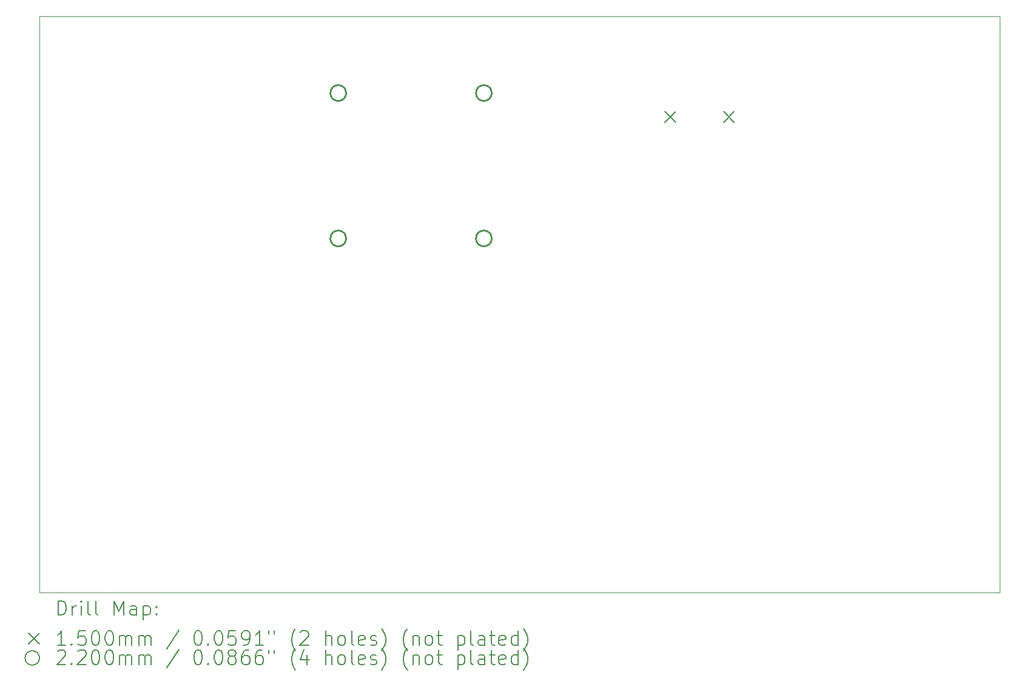
<source format=gbr>
%TF.GenerationSoftware,KiCad,Pcbnew,8.0.4*%
%TF.CreationDate,2024-08-12T16:36:51-06:00*%
%TF.ProjectId,eTerrena,65546572-7265-46e6-912e-6b696361645f,rev?*%
%TF.SameCoordinates,Original*%
%TF.FileFunction,Drillmap*%
%TF.FilePolarity,Positive*%
%FSLAX45Y45*%
G04 Gerber Fmt 4.5, Leading zero omitted, Abs format (unit mm)*
G04 Created by KiCad (PCBNEW 8.0.4) date 2024-08-12 16:36:51*
%MOMM*%
%LPD*%
G01*
G04 APERTURE LIST*
%ADD10C,0.050000*%
%ADD11C,0.200000*%
%ADD12C,0.150000*%
%ADD13C,0.220000*%
G04 APERTURE END LIST*
D10*
X7900000Y-6700000D02*
X21300000Y-6700000D01*
X21300000Y-14750000D01*
X7900000Y-14750000D01*
X7900000Y-6700000D01*
D11*
D12*
X16625000Y-8025000D02*
X16775000Y-8175000D01*
X16775000Y-8025000D02*
X16625000Y-8175000D01*
X17445000Y-8025000D02*
X17595000Y-8175000D01*
X17595000Y-8025000D02*
X17445000Y-8175000D01*
D13*
X12178000Y-7768000D02*
G75*
G02*
X11958000Y-7768000I-110000J0D01*
G01*
X11958000Y-7768000D02*
G75*
G02*
X12178000Y-7768000I110000J0D01*
G01*
X12178000Y-9800000D02*
G75*
G02*
X11958000Y-9800000I-110000J0D01*
G01*
X11958000Y-9800000D02*
G75*
G02*
X12178000Y-9800000I110000J0D01*
G01*
X14210000Y-7768000D02*
G75*
G02*
X13990000Y-7768000I-110000J0D01*
G01*
X13990000Y-7768000D02*
G75*
G02*
X14210000Y-7768000I110000J0D01*
G01*
X14210000Y-9800000D02*
G75*
G02*
X13990000Y-9800000I-110000J0D01*
G01*
X13990000Y-9800000D02*
G75*
G02*
X14210000Y-9800000I110000J0D01*
G01*
D11*
X8158277Y-15063984D02*
X8158277Y-14863984D01*
X8158277Y-14863984D02*
X8205896Y-14863984D01*
X8205896Y-14863984D02*
X8234467Y-14873508D01*
X8234467Y-14873508D02*
X8253515Y-14892555D01*
X8253515Y-14892555D02*
X8263039Y-14911603D01*
X8263039Y-14911603D02*
X8272562Y-14949698D01*
X8272562Y-14949698D02*
X8272562Y-14978269D01*
X8272562Y-14978269D02*
X8263039Y-15016365D01*
X8263039Y-15016365D02*
X8253515Y-15035412D01*
X8253515Y-15035412D02*
X8234467Y-15054460D01*
X8234467Y-15054460D02*
X8205896Y-15063984D01*
X8205896Y-15063984D02*
X8158277Y-15063984D01*
X8358277Y-15063984D02*
X8358277Y-14930650D01*
X8358277Y-14968746D02*
X8367801Y-14949698D01*
X8367801Y-14949698D02*
X8377324Y-14940174D01*
X8377324Y-14940174D02*
X8396372Y-14930650D01*
X8396372Y-14930650D02*
X8415420Y-14930650D01*
X8482086Y-15063984D02*
X8482086Y-14930650D01*
X8482086Y-14863984D02*
X8472563Y-14873508D01*
X8472563Y-14873508D02*
X8482086Y-14883031D01*
X8482086Y-14883031D02*
X8491610Y-14873508D01*
X8491610Y-14873508D02*
X8482086Y-14863984D01*
X8482086Y-14863984D02*
X8482086Y-14883031D01*
X8605896Y-15063984D02*
X8586848Y-15054460D01*
X8586848Y-15054460D02*
X8577324Y-15035412D01*
X8577324Y-15035412D02*
X8577324Y-14863984D01*
X8710658Y-15063984D02*
X8691610Y-15054460D01*
X8691610Y-15054460D02*
X8682086Y-15035412D01*
X8682086Y-15035412D02*
X8682086Y-14863984D01*
X8939229Y-15063984D02*
X8939229Y-14863984D01*
X8939229Y-14863984D02*
X9005896Y-15006841D01*
X9005896Y-15006841D02*
X9072563Y-14863984D01*
X9072563Y-14863984D02*
X9072563Y-15063984D01*
X9253515Y-15063984D02*
X9253515Y-14959222D01*
X9253515Y-14959222D02*
X9243991Y-14940174D01*
X9243991Y-14940174D02*
X9224944Y-14930650D01*
X9224944Y-14930650D02*
X9186848Y-14930650D01*
X9186848Y-14930650D02*
X9167801Y-14940174D01*
X9253515Y-15054460D02*
X9234467Y-15063984D01*
X9234467Y-15063984D02*
X9186848Y-15063984D01*
X9186848Y-15063984D02*
X9167801Y-15054460D01*
X9167801Y-15054460D02*
X9158277Y-15035412D01*
X9158277Y-15035412D02*
X9158277Y-15016365D01*
X9158277Y-15016365D02*
X9167801Y-14997317D01*
X9167801Y-14997317D02*
X9186848Y-14987793D01*
X9186848Y-14987793D02*
X9234467Y-14987793D01*
X9234467Y-14987793D02*
X9253515Y-14978269D01*
X9348753Y-14930650D02*
X9348753Y-15130650D01*
X9348753Y-14940174D02*
X9367801Y-14930650D01*
X9367801Y-14930650D02*
X9405896Y-14930650D01*
X9405896Y-14930650D02*
X9424944Y-14940174D01*
X9424944Y-14940174D02*
X9434467Y-14949698D01*
X9434467Y-14949698D02*
X9443991Y-14968746D01*
X9443991Y-14968746D02*
X9443991Y-15025888D01*
X9443991Y-15025888D02*
X9434467Y-15044936D01*
X9434467Y-15044936D02*
X9424944Y-15054460D01*
X9424944Y-15054460D02*
X9405896Y-15063984D01*
X9405896Y-15063984D02*
X9367801Y-15063984D01*
X9367801Y-15063984D02*
X9348753Y-15054460D01*
X9529705Y-15044936D02*
X9539229Y-15054460D01*
X9539229Y-15054460D02*
X9529705Y-15063984D01*
X9529705Y-15063984D02*
X9520182Y-15054460D01*
X9520182Y-15054460D02*
X9529705Y-15044936D01*
X9529705Y-15044936D02*
X9529705Y-15063984D01*
X9529705Y-14940174D02*
X9539229Y-14949698D01*
X9539229Y-14949698D02*
X9529705Y-14959222D01*
X9529705Y-14959222D02*
X9520182Y-14949698D01*
X9520182Y-14949698D02*
X9529705Y-14940174D01*
X9529705Y-14940174D02*
X9529705Y-14959222D01*
D12*
X7747500Y-15317500D02*
X7897500Y-15467500D01*
X7897500Y-15317500D02*
X7747500Y-15467500D01*
D11*
X8263039Y-15483984D02*
X8148753Y-15483984D01*
X8205896Y-15483984D02*
X8205896Y-15283984D01*
X8205896Y-15283984D02*
X8186848Y-15312555D01*
X8186848Y-15312555D02*
X8167801Y-15331603D01*
X8167801Y-15331603D02*
X8148753Y-15341127D01*
X8348753Y-15464936D02*
X8358277Y-15474460D01*
X8358277Y-15474460D02*
X8348753Y-15483984D01*
X8348753Y-15483984D02*
X8339229Y-15474460D01*
X8339229Y-15474460D02*
X8348753Y-15464936D01*
X8348753Y-15464936D02*
X8348753Y-15483984D01*
X8539229Y-15283984D02*
X8443991Y-15283984D01*
X8443991Y-15283984D02*
X8434467Y-15379222D01*
X8434467Y-15379222D02*
X8443991Y-15369698D01*
X8443991Y-15369698D02*
X8463039Y-15360174D01*
X8463039Y-15360174D02*
X8510658Y-15360174D01*
X8510658Y-15360174D02*
X8529705Y-15369698D01*
X8529705Y-15369698D02*
X8539229Y-15379222D01*
X8539229Y-15379222D02*
X8548753Y-15398269D01*
X8548753Y-15398269D02*
X8548753Y-15445888D01*
X8548753Y-15445888D02*
X8539229Y-15464936D01*
X8539229Y-15464936D02*
X8529705Y-15474460D01*
X8529705Y-15474460D02*
X8510658Y-15483984D01*
X8510658Y-15483984D02*
X8463039Y-15483984D01*
X8463039Y-15483984D02*
X8443991Y-15474460D01*
X8443991Y-15474460D02*
X8434467Y-15464936D01*
X8672563Y-15283984D02*
X8691610Y-15283984D01*
X8691610Y-15283984D02*
X8710658Y-15293508D01*
X8710658Y-15293508D02*
X8720182Y-15303031D01*
X8720182Y-15303031D02*
X8729705Y-15322079D01*
X8729705Y-15322079D02*
X8739229Y-15360174D01*
X8739229Y-15360174D02*
X8739229Y-15407793D01*
X8739229Y-15407793D02*
X8729705Y-15445888D01*
X8729705Y-15445888D02*
X8720182Y-15464936D01*
X8720182Y-15464936D02*
X8710658Y-15474460D01*
X8710658Y-15474460D02*
X8691610Y-15483984D01*
X8691610Y-15483984D02*
X8672563Y-15483984D01*
X8672563Y-15483984D02*
X8653515Y-15474460D01*
X8653515Y-15474460D02*
X8643991Y-15464936D01*
X8643991Y-15464936D02*
X8634467Y-15445888D01*
X8634467Y-15445888D02*
X8624944Y-15407793D01*
X8624944Y-15407793D02*
X8624944Y-15360174D01*
X8624944Y-15360174D02*
X8634467Y-15322079D01*
X8634467Y-15322079D02*
X8643991Y-15303031D01*
X8643991Y-15303031D02*
X8653515Y-15293508D01*
X8653515Y-15293508D02*
X8672563Y-15283984D01*
X8863039Y-15283984D02*
X8882086Y-15283984D01*
X8882086Y-15283984D02*
X8901134Y-15293508D01*
X8901134Y-15293508D02*
X8910658Y-15303031D01*
X8910658Y-15303031D02*
X8920182Y-15322079D01*
X8920182Y-15322079D02*
X8929705Y-15360174D01*
X8929705Y-15360174D02*
X8929705Y-15407793D01*
X8929705Y-15407793D02*
X8920182Y-15445888D01*
X8920182Y-15445888D02*
X8910658Y-15464936D01*
X8910658Y-15464936D02*
X8901134Y-15474460D01*
X8901134Y-15474460D02*
X8882086Y-15483984D01*
X8882086Y-15483984D02*
X8863039Y-15483984D01*
X8863039Y-15483984D02*
X8843991Y-15474460D01*
X8843991Y-15474460D02*
X8834467Y-15464936D01*
X8834467Y-15464936D02*
X8824944Y-15445888D01*
X8824944Y-15445888D02*
X8815420Y-15407793D01*
X8815420Y-15407793D02*
X8815420Y-15360174D01*
X8815420Y-15360174D02*
X8824944Y-15322079D01*
X8824944Y-15322079D02*
X8834467Y-15303031D01*
X8834467Y-15303031D02*
X8843991Y-15293508D01*
X8843991Y-15293508D02*
X8863039Y-15283984D01*
X9015420Y-15483984D02*
X9015420Y-15350650D01*
X9015420Y-15369698D02*
X9024944Y-15360174D01*
X9024944Y-15360174D02*
X9043991Y-15350650D01*
X9043991Y-15350650D02*
X9072563Y-15350650D01*
X9072563Y-15350650D02*
X9091610Y-15360174D01*
X9091610Y-15360174D02*
X9101134Y-15379222D01*
X9101134Y-15379222D02*
X9101134Y-15483984D01*
X9101134Y-15379222D02*
X9110658Y-15360174D01*
X9110658Y-15360174D02*
X9129705Y-15350650D01*
X9129705Y-15350650D02*
X9158277Y-15350650D01*
X9158277Y-15350650D02*
X9177325Y-15360174D01*
X9177325Y-15360174D02*
X9186848Y-15379222D01*
X9186848Y-15379222D02*
X9186848Y-15483984D01*
X9282086Y-15483984D02*
X9282086Y-15350650D01*
X9282086Y-15369698D02*
X9291610Y-15360174D01*
X9291610Y-15360174D02*
X9310658Y-15350650D01*
X9310658Y-15350650D02*
X9339229Y-15350650D01*
X9339229Y-15350650D02*
X9358277Y-15360174D01*
X9358277Y-15360174D02*
X9367801Y-15379222D01*
X9367801Y-15379222D02*
X9367801Y-15483984D01*
X9367801Y-15379222D02*
X9377325Y-15360174D01*
X9377325Y-15360174D02*
X9396372Y-15350650D01*
X9396372Y-15350650D02*
X9424944Y-15350650D01*
X9424944Y-15350650D02*
X9443991Y-15360174D01*
X9443991Y-15360174D02*
X9453515Y-15379222D01*
X9453515Y-15379222D02*
X9453515Y-15483984D01*
X9843991Y-15274460D02*
X9672563Y-15531603D01*
X10101134Y-15283984D02*
X10120182Y-15283984D01*
X10120182Y-15283984D02*
X10139229Y-15293508D01*
X10139229Y-15293508D02*
X10148753Y-15303031D01*
X10148753Y-15303031D02*
X10158277Y-15322079D01*
X10158277Y-15322079D02*
X10167801Y-15360174D01*
X10167801Y-15360174D02*
X10167801Y-15407793D01*
X10167801Y-15407793D02*
X10158277Y-15445888D01*
X10158277Y-15445888D02*
X10148753Y-15464936D01*
X10148753Y-15464936D02*
X10139229Y-15474460D01*
X10139229Y-15474460D02*
X10120182Y-15483984D01*
X10120182Y-15483984D02*
X10101134Y-15483984D01*
X10101134Y-15483984D02*
X10082087Y-15474460D01*
X10082087Y-15474460D02*
X10072563Y-15464936D01*
X10072563Y-15464936D02*
X10063039Y-15445888D01*
X10063039Y-15445888D02*
X10053515Y-15407793D01*
X10053515Y-15407793D02*
X10053515Y-15360174D01*
X10053515Y-15360174D02*
X10063039Y-15322079D01*
X10063039Y-15322079D02*
X10072563Y-15303031D01*
X10072563Y-15303031D02*
X10082087Y-15293508D01*
X10082087Y-15293508D02*
X10101134Y-15283984D01*
X10253515Y-15464936D02*
X10263039Y-15474460D01*
X10263039Y-15474460D02*
X10253515Y-15483984D01*
X10253515Y-15483984D02*
X10243991Y-15474460D01*
X10243991Y-15474460D02*
X10253515Y-15464936D01*
X10253515Y-15464936D02*
X10253515Y-15483984D01*
X10386848Y-15283984D02*
X10405896Y-15283984D01*
X10405896Y-15283984D02*
X10424944Y-15293508D01*
X10424944Y-15293508D02*
X10434468Y-15303031D01*
X10434468Y-15303031D02*
X10443991Y-15322079D01*
X10443991Y-15322079D02*
X10453515Y-15360174D01*
X10453515Y-15360174D02*
X10453515Y-15407793D01*
X10453515Y-15407793D02*
X10443991Y-15445888D01*
X10443991Y-15445888D02*
X10434468Y-15464936D01*
X10434468Y-15464936D02*
X10424944Y-15474460D01*
X10424944Y-15474460D02*
X10405896Y-15483984D01*
X10405896Y-15483984D02*
X10386848Y-15483984D01*
X10386848Y-15483984D02*
X10367801Y-15474460D01*
X10367801Y-15474460D02*
X10358277Y-15464936D01*
X10358277Y-15464936D02*
X10348753Y-15445888D01*
X10348753Y-15445888D02*
X10339229Y-15407793D01*
X10339229Y-15407793D02*
X10339229Y-15360174D01*
X10339229Y-15360174D02*
X10348753Y-15322079D01*
X10348753Y-15322079D02*
X10358277Y-15303031D01*
X10358277Y-15303031D02*
X10367801Y-15293508D01*
X10367801Y-15293508D02*
X10386848Y-15283984D01*
X10634468Y-15283984D02*
X10539229Y-15283984D01*
X10539229Y-15283984D02*
X10529706Y-15379222D01*
X10529706Y-15379222D02*
X10539229Y-15369698D01*
X10539229Y-15369698D02*
X10558277Y-15360174D01*
X10558277Y-15360174D02*
X10605896Y-15360174D01*
X10605896Y-15360174D02*
X10624944Y-15369698D01*
X10624944Y-15369698D02*
X10634468Y-15379222D01*
X10634468Y-15379222D02*
X10643991Y-15398269D01*
X10643991Y-15398269D02*
X10643991Y-15445888D01*
X10643991Y-15445888D02*
X10634468Y-15464936D01*
X10634468Y-15464936D02*
X10624944Y-15474460D01*
X10624944Y-15474460D02*
X10605896Y-15483984D01*
X10605896Y-15483984D02*
X10558277Y-15483984D01*
X10558277Y-15483984D02*
X10539229Y-15474460D01*
X10539229Y-15474460D02*
X10529706Y-15464936D01*
X10739229Y-15483984D02*
X10777325Y-15483984D01*
X10777325Y-15483984D02*
X10796372Y-15474460D01*
X10796372Y-15474460D02*
X10805896Y-15464936D01*
X10805896Y-15464936D02*
X10824944Y-15436365D01*
X10824944Y-15436365D02*
X10834468Y-15398269D01*
X10834468Y-15398269D02*
X10834468Y-15322079D01*
X10834468Y-15322079D02*
X10824944Y-15303031D01*
X10824944Y-15303031D02*
X10815420Y-15293508D01*
X10815420Y-15293508D02*
X10796372Y-15283984D01*
X10796372Y-15283984D02*
X10758277Y-15283984D01*
X10758277Y-15283984D02*
X10739229Y-15293508D01*
X10739229Y-15293508D02*
X10729706Y-15303031D01*
X10729706Y-15303031D02*
X10720182Y-15322079D01*
X10720182Y-15322079D02*
X10720182Y-15369698D01*
X10720182Y-15369698D02*
X10729706Y-15388746D01*
X10729706Y-15388746D02*
X10739229Y-15398269D01*
X10739229Y-15398269D02*
X10758277Y-15407793D01*
X10758277Y-15407793D02*
X10796372Y-15407793D01*
X10796372Y-15407793D02*
X10815420Y-15398269D01*
X10815420Y-15398269D02*
X10824944Y-15388746D01*
X10824944Y-15388746D02*
X10834468Y-15369698D01*
X11024944Y-15483984D02*
X10910658Y-15483984D01*
X10967801Y-15483984D02*
X10967801Y-15283984D01*
X10967801Y-15283984D02*
X10948753Y-15312555D01*
X10948753Y-15312555D02*
X10929706Y-15331603D01*
X10929706Y-15331603D02*
X10910658Y-15341127D01*
X11101134Y-15283984D02*
X11101134Y-15322079D01*
X11177325Y-15283984D02*
X11177325Y-15322079D01*
X11472563Y-15560174D02*
X11463039Y-15550650D01*
X11463039Y-15550650D02*
X11443991Y-15522079D01*
X11443991Y-15522079D02*
X11434468Y-15503031D01*
X11434468Y-15503031D02*
X11424944Y-15474460D01*
X11424944Y-15474460D02*
X11415420Y-15426841D01*
X11415420Y-15426841D02*
X11415420Y-15388746D01*
X11415420Y-15388746D02*
X11424944Y-15341127D01*
X11424944Y-15341127D02*
X11434468Y-15312555D01*
X11434468Y-15312555D02*
X11443991Y-15293508D01*
X11443991Y-15293508D02*
X11463039Y-15264936D01*
X11463039Y-15264936D02*
X11472563Y-15255412D01*
X11539229Y-15303031D02*
X11548753Y-15293508D01*
X11548753Y-15293508D02*
X11567801Y-15283984D01*
X11567801Y-15283984D02*
X11615420Y-15283984D01*
X11615420Y-15283984D02*
X11634468Y-15293508D01*
X11634468Y-15293508D02*
X11643991Y-15303031D01*
X11643991Y-15303031D02*
X11653515Y-15322079D01*
X11653515Y-15322079D02*
X11653515Y-15341127D01*
X11653515Y-15341127D02*
X11643991Y-15369698D01*
X11643991Y-15369698D02*
X11529706Y-15483984D01*
X11529706Y-15483984D02*
X11653515Y-15483984D01*
X11891610Y-15483984D02*
X11891610Y-15283984D01*
X11977325Y-15483984D02*
X11977325Y-15379222D01*
X11977325Y-15379222D02*
X11967801Y-15360174D01*
X11967801Y-15360174D02*
X11948753Y-15350650D01*
X11948753Y-15350650D02*
X11920182Y-15350650D01*
X11920182Y-15350650D02*
X11901134Y-15360174D01*
X11901134Y-15360174D02*
X11891610Y-15369698D01*
X12101134Y-15483984D02*
X12082087Y-15474460D01*
X12082087Y-15474460D02*
X12072563Y-15464936D01*
X12072563Y-15464936D02*
X12063039Y-15445888D01*
X12063039Y-15445888D02*
X12063039Y-15388746D01*
X12063039Y-15388746D02*
X12072563Y-15369698D01*
X12072563Y-15369698D02*
X12082087Y-15360174D01*
X12082087Y-15360174D02*
X12101134Y-15350650D01*
X12101134Y-15350650D02*
X12129706Y-15350650D01*
X12129706Y-15350650D02*
X12148753Y-15360174D01*
X12148753Y-15360174D02*
X12158277Y-15369698D01*
X12158277Y-15369698D02*
X12167801Y-15388746D01*
X12167801Y-15388746D02*
X12167801Y-15445888D01*
X12167801Y-15445888D02*
X12158277Y-15464936D01*
X12158277Y-15464936D02*
X12148753Y-15474460D01*
X12148753Y-15474460D02*
X12129706Y-15483984D01*
X12129706Y-15483984D02*
X12101134Y-15483984D01*
X12282087Y-15483984D02*
X12263039Y-15474460D01*
X12263039Y-15474460D02*
X12253515Y-15455412D01*
X12253515Y-15455412D02*
X12253515Y-15283984D01*
X12434468Y-15474460D02*
X12415420Y-15483984D01*
X12415420Y-15483984D02*
X12377325Y-15483984D01*
X12377325Y-15483984D02*
X12358277Y-15474460D01*
X12358277Y-15474460D02*
X12348753Y-15455412D01*
X12348753Y-15455412D02*
X12348753Y-15379222D01*
X12348753Y-15379222D02*
X12358277Y-15360174D01*
X12358277Y-15360174D02*
X12377325Y-15350650D01*
X12377325Y-15350650D02*
X12415420Y-15350650D01*
X12415420Y-15350650D02*
X12434468Y-15360174D01*
X12434468Y-15360174D02*
X12443991Y-15379222D01*
X12443991Y-15379222D02*
X12443991Y-15398269D01*
X12443991Y-15398269D02*
X12348753Y-15417317D01*
X12520182Y-15474460D02*
X12539230Y-15483984D01*
X12539230Y-15483984D02*
X12577325Y-15483984D01*
X12577325Y-15483984D02*
X12596372Y-15474460D01*
X12596372Y-15474460D02*
X12605896Y-15455412D01*
X12605896Y-15455412D02*
X12605896Y-15445888D01*
X12605896Y-15445888D02*
X12596372Y-15426841D01*
X12596372Y-15426841D02*
X12577325Y-15417317D01*
X12577325Y-15417317D02*
X12548753Y-15417317D01*
X12548753Y-15417317D02*
X12529706Y-15407793D01*
X12529706Y-15407793D02*
X12520182Y-15388746D01*
X12520182Y-15388746D02*
X12520182Y-15379222D01*
X12520182Y-15379222D02*
X12529706Y-15360174D01*
X12529706Y-15360174D02*
X12548753Y-15350650D01*
X12548753Y-15350650D02*
X12577325Y-15350650D01*
X12577325Y-15350650D02*
X12596372Y-15360174D01*
X12672563Y-15560174D02*
X12682087Y-15550650D01*
X12682087Y-15550650D02*
X12701134Y-15522079D01*
X12701134Y-15522079D02*
X12710658Y-15503031D01*
X12710658Y-15503031D02*
X12720182Y-15474460D01*
X12720182Y-15474460D02*
X12729706Y-15426841D01*
X12729706Y-15426841D02*
X12729706Y-15388746D01*
X12729706Y-15388746D02*
X12720182Y-15341127D01*
X12720182Y-15341127D02*
X12710658Y-15312555D01*
X12710658Y-15312555D02*
X12701134Y-15293508D01*
X12701134Y-15293508D02*
X12682087Y-15264936D01*
X12682087Y-15264936D02*
X12672563Y-15255412D01*
X13034468Y-15560174D02*
X13024944Y-15550650D01*
X13024944Y-15550650D02*
X13005896Y-15522079D01*
X13005896Y-15522079D02*
X12996372Y-15503031D01*
X12996372Y-15503031D02*
X12986849Y-15474460D01*
X12986849Y-15474460D02*
X12977325Y-15426841D01*
X12977325Y-15426841D02*
X12977325Y-15388746D01*
X12977325Y-15388746D02*
X12986849Y-15341127D01*
X12986849Y-15341127D02*
X12996372Y-15312555D01*
X12996372Y-15312555D02*
X13005896Y-15293508D01*
X13005896Y-15293508D02*
X13024944Y-15264936D01*
X13024944Y-15264936D02*
X13034468Y-15255412D01*
X13110658Y-15350650D02*
X13110658Y-15483984D01*
X13110658Y-15369698D02*
X13120182Y-15360174D01*
X13120182Y-15360174D02*
X13139230Y-15350650D01*
X13139230Y-15350650D02*
X13167801Y-15350650D01*
X13167801Y-15350650D02*
X13186849Y-15360174D01*
X13186849Y-15360174D02*
X13196372Y-15379222D01*
X13196372Y-15379222D02*
X13196372Y-15483984D01*
X13320182Y-15483984D02*
X13301134Y-15474460D01*
X13301134Y-15474460D02*
X13291611Y-15464936D01*
X13291611Y-15464936D02*
X13282087Y-15445888D01*
X13282087Y-15445888D02*
X13282087Y-15388746D01*
X13282087Y-15388746D02*
X13291611Y-15369698D01*
X13291611Y-15369698D02*
X13301134Y-15360174D01*
X13301134Y-15360174D02*
X13320182Y-15350650D01*
X13320182Y-15350650D02*
X13348753Y-15350650D01*
X13348753Y-15350650D02*
X13367801Y-15360174D01*
X13367801Y-15360174D02*
X13377325Y-15369698D01*
X13377325Y-15369698D02*
X13386849Y-15388746D01*
X13386849Y-15388746D02*
X13386849Y-15445888D01*
X13386849Y-15445888D02*
X13377325Y-15464936D01*
X13377325Y-15464936D02*
X13367801Y-15474460D01*
X13367801Y-15474460D02*
X13348753Y-15483984D01*
X13348753Y-15483984D02*
X13320182Y-15483984D01*
X13443992Y-15350650D02*
X13520182Y-15350650D01*
X13472563Y-15283984D02*
X13472563Y-15455412D01*
X13472563Y-15455412D02*
X13482087Y-15474460D01*
X13482087Y-15474460D02*
X13501134Y-15483984D01*
X13501134Y-15483984D02*
X13520182Y-15483984D01*
X13739230Y-15350650D02*
X13739230Y-15550650D01*
X13739230Y-15360174D02*
X13758277Y-15350650D01*
X13758277Y-15350650D02*
X13796373Y-15350650D01*
X13796373Y-15350650D02*
X13815420Y-15360174D01*
X13815420Y-15360174D02*
X13824944Y-15369698D01*
X13824944Y-15369698D02*
X13834468Y-15388746D01*
X13834468Y-15388746D02*
X13834468Y-15445888D01*
X13834468Y-15445888D02*
X13824944Y-15464936D01*
X13824944Y-15464936D02*
X13815420Y-15474460D01*
X13815420Y-15474460D02*
X13796373Y-15483984D01*
X13796373Y-15483984D02*
X13758277Y-15483984D01*
X13758277Y-15483984D02*
X13739230Y-15474460D01*
X13948753Y-15483984D02*
X13929706Y-15474460D01*
X13929706Y-15474460D02*
X13920182Y-15455412D01*
X13920182Y-15455412D02*
X13920182Y-15283984D01*
X14110658Y-15483984D02*
X14110658Y-15379222D01*
X14110658Y-15379222D02*
X14101134Y-15360174D01*
X14101134Y-15360174D02*
X14082087Y-15350650D01*
X14082087Y-15350650D02*
X14043992Y-15350650D01*
X14043992Y-15350650D02*
X14024944Y-15360174D01*
X14110658Y-15474460D02*
X14091611Y-15483984D01*
X14091611Y-15483984D02*
X14043992Y-15483984D01*
X14043992Y-15483984D02*
X14024944Y-15474460D01*
X14024944Y-15474460D02*
X14015420Y-15455412D01*
X14015420Y-15455412D02*
X14015420Y-15436365D01*
X14015420Y-15436365D02*
X14024944Y-15417317D01*
X14024944Y-15417317D02*
X14043992Y-15407793D01*
X14043992Y-15407793D02*
X14091611Y-15407793D01*
X14091611Y-15407793D02*
X14110658Y-15398269D01*
X14177325Y-15350650D02*
X14253515Y-15350650D01*
X14205896Y-15283984D02*
X14205896Y-15455412D01*
X14205896Y-15455412D02*
X14215420Y-15474460D01*
X14215420Y-15474460D02*
X14234468Y-15483984D01*
X14234468Y-15483984D02*
X14253515Y-15483984D01*
X14396373Y-15474460D02*
X14377325Y-15483984D01*
X14377325Y-15483984D02*
X14339230Y-15483984D01*
X14339230Y-15483984D02*
X14320182Y-15474460D01*
X14320182Y-15474460D02*
X14310658Y-15455412D01*
X14310658Y-15455412D02*
X14310658Y-15379222D01*
X14310658Y-15379222D02*
X14320182Y-15360174D01*
X14320182Y-15360174D02*
X14339230Y-15350650D01*
X14339230Y-15350650D02*
X14377325Y-15350650D01*
X14377325Y-15350650D02*
X14396373Y-15360174D01*
X14396373Y-15360174D02*
X14405896Y-15379222D01*
X14405896Y-15379222D02*
X14405896Y-15398269D01*
X14405896Y-15398269D02*
X14310658Y-15417317D01*
X14577325Y-15483984D02*
X14577325Y-15283984D01*
X14577325Y-15474460D02*
X14558277Y-15483984D01*
X14558277Y-15483984D02*
X14520182Y-15483984D01*
X14520182Y-15483984D02*
X14501134Y-15474460D01*
X14501134Y-15474460D02*
X14491611Y-15464936D01*
X14491611Y-15464936D02*
X14482087Y-15445888D01*
X14482087Y-15445888D02*
X14482087Y-15388746D01*
X14482087Y-15388746D02*
X14491611Y-15369698D01*
X14491611Y-15369698D02*
X14501134Y-15360174D01*
X14501134Y-15360174D02*
X14520182Y-15350650D01*
X14520182Y-15350650D02*
X14558277Y-15350650D01*
X14558277Y-15350650D02*
X14577325Y-15360174D01*
X14653515Y-15560174D02*
X14663039Y-15550650D01*
X14663039Y-15550650D02*
X14682087Y-15522079D01*
X14682087Y-15522079D02*
X14691611Y-15503031D01*
X14691611Y-15503031D02*
X14701134Y-15474460D01*
X14701134Y-15474460D02*
X14710658Y-15426841D01*
X14710658Y-15426841D02*
X14710658Y-15388746D01*
X14710658Y-15388746D02*
X14701134Y-15341127D01*
X14701134Y-15341127D02*
X14691611Y-15312555D01*
X14691611Y-15312555D02*
X14682087Y-15293508D01*
X14682087Y-15293508D02*
X14663039Y-15264936D01*
X14663039Y-15264936D02*
X14653515Y-15255412D01*
X7897500Y-15662500D02*
G75*
G02*
X7697500Y-15662500I-100000J0D01*
G01*
X7697500Y-15662500D02*
G75*
G02*
X7897500Y-15662500I100000J0D01*
G01*
X8148753Y-15573031D02*
X8158277Y-15563508D01*
X8158277Y-15563508D02*
X8177324Y-15553984D01*
X8177324Y-15553984D02*
X8224943Y-15553984D01*
X8224943Y-15553984D02*
X8243991Y-15563508D01*
X8243991Y-15563508D02*
X8253515Y-15573031D01*
X8253515Y-15573031D02*
X8263039Y-15592079D01*
X8263039Y-15592079D02*
X8263039Y-15611127D01*
X8263039Y-15611127D02*
X8253515Y-15639698D01*
X8253515Y-15639698D02*
X8139229Y-15753984D01*
X8139229Y-15753984D02*
X8263039Y-15753984D01*
X8348753Y-15734936D02*
X8358277Y-15744460D01*
X8358277Y-15744460D02*
X8348753Y-15753984D01*
X8348753Y-15753984D02*
X8339229Y-15744460D01*
X8339229Y-15744460D02*
X8348753Y-15734936D01*
X8348753Y-15734936D02*
X8348753Y-15753984D01*
X8434467Y-15573031D02*
X8443991Y-15563508D01*
X8443991Y-15563508D02*
X8463039Y-15553984D01*
X8463039Y-15553984D02*
X8510658Y-15553984D01*
X8510658Y-15553984D02*
X8529705Y-15563508D01*
X8529705Y-15563508D02*
X8539229Y-15573031D01*
X8539229Y-15573031D02*
X8548753Y-15592079D01*
X8548753Y-15592079D02*
X8548753Y-15611127D01*
X8548753Y-15611127D02*
X8539229Y-15639698D01*
X8539229Y-15639698D02*
X8424944Y-15753984D01*
X8424944Y-15753984D02*
X8548753Y-15753984D01*
X8672563Y-15553984D02*
X8691610Y-15553984D01*
X8691610Y-15553984D02*
X8710658Y-15563508D01*
X8710658Y-15563508D02*
X8720182Y-15573031D01*
X8720182Y-15573031D02*
X8729705Y-15592079D01*
X8729705Y-15592079D02*
X8739229Y-15630174D01*
X8739229Y-15630174D02*
X8739229Y-15677793D01*
X8739229Y-15677793D02*
X8729705Y-15715888D01*
X8729705Y-15715888D02*
X8720182Y-15734936D01*
X8720182Y-15734936D02*
X8710658Y-15744460D01*
X8710658Y-15744460D02*
X8691610Y-15753984D01*
X8691610Y-15753984D02*
X8672563Y-15753984D01*
X8672563Y-15753984D02*
X8653515Y-15744460D01*
X8653515Y-15744460D02*
X8643991Y-15734936D01*
X8643991Y-15734936D02*
X8634467Y-15715888D01*
X8634467Y-15715888D02*
X8624944Y-15677793D01*
X8624944Y-15677793D02*
X8624944Y-15630174D01*
X8624944Y-15630174D02*
X8634467Y-15592079D01*
X8634467Y-15592079D02*
X8643991Y-15573031D01*
X8643991Y-15573031D02*
X8653515Y-15563508D01*
X8653515Y-15563508D02*
X8672563Y-15553984D01*
X8863039Y-15553984D02*
X8882086Y-15553984D01*
X8882086Y-15553984D02*
X8901134Y-15563508D01*
X8901134Y-15563508D02*
X8910658Y-15573031D01*
X8910658Y-15573031D02*
X8920182Y-15592079D01*
X8920182Y-15592079D02*
X8929705Y-15630174D01*
X8929705Y-15630174D02*
X8929705Y-15677793D01*
X8929705Y-15677793D02*
X8920182Y-15715888D01*
X8920182Y-15715888D02*
X8910658Y-15734936D01*
X8910658Y-15734936D02*
X8901134Y-15744460D01*
X8901134Y-15744460D02*
X8882086Y-15753984D01*
X8882086Y-15753984D02*
X8863039Y-15753984D01*
X8863039Y-15753984D02*
X8843991Y-15744460D01*
X8843991Y-15744460D02*
X8834467Y-15734936D01*
X8834467Y-15734936D02*
X8824944Y-15715888D01*
X8824944Y-15715888D02*
X8815420Y-15677793D01*
X8815420Y-15677793D02*
X8815420Y-15630174D01*
X8815420Y-15630174D02*
X8824944Y-15592079D01*
X8824944Y-15592079D02*
X8834467Y-15573031D01*
X8834467Y-15573031D02*
X8843991Y-15563508D01*
X8843991Y-15563508D02*
X8863039Y-15553984D01*
X9015420Y-15753984D02*
X9015420Y-15620650D01*
X9015420Y-15639698D02*
X9024944Y-15630174D01*
X9024944Y-15630174D02*
X9043991Y-15620650D01*
X9043991Y-15620650D02*
X9072563Y-15620650D01*
X9072563Y-15620650D02*
X9091610Y-15630174D01*
X9091610Y-15630174D02*
X9101134Y-15649222D01*
X9101134Y-15649222D02*
X9101134Y-15753984D01*
X9101134Y-15649222D02*
X9110658Y-15630174D01*
X9110658Y-15630174D02*
X9129705Y-15620650D01*
X9129705Y-15620650D02*
X9158277Y-15620650D01*
X9158277Y-15620650D02*
X9177325Y-15630174D01*
X9177325Y-15630174D02*
X9186848Y-15649222D01*
X9186848Y-15649222D02*
X9186848Y-15753984D01*
X9282086Y-15753984D02*
X9282086Y-15620650D01*
X9282086Y-15639698D02*
X9291610Y-15630174D01*
X9291610Y-15630174D02*
X9310658Y-15620650D01*
X9310658Y-15620650D02*
X9339229Y-15620650D01*
X9339229Y-15620650D02*
X9358277Y-15630174D01*
X9358277Y-15630174D02*
X9367801Y-15649222D01*
X9367801Y-15649222D02*
X9367801Y-15753984D01*
X9367801Y-15649222D02*
X9377325Y-15630174D01*
X9377325Y-15630174D02*
X9396372Y-15620650D01*
X9396372Y-15620650D02*
X9424944Y-15620650D01*
X9424944Y-15620650D02*
X9443991Y-15630174D01*
X9443991Y-15630174D02*
X9453515Y-15649222D01*
X9453515Y-15649222D02*
X9453515Y-15753984D01*
X9843991Y-15544460D02*
X9672563Y-15801603D01*
X10101134Y-15553984D02*
X10120182Y-15553984D01*
X10120182Y-15553984D02*
X10139229Y-15563508D01*
X10139229Y-15563508D02*
X10148753Y-15573031D01*
X10148753Y-15573031D02*
X10158277Y-15592079D01*
X10158277Y-15592079D02*
X10167801Y-15630174D01*
X10167801Y-15630174D02*
X10167801Y-15677793D01*
X10167801Y-15677793D02*
X10158277Y-15715888D01*
X10158277Y-15715888D02*
X10148753Y-15734936D01*
X10148753Y-15734936D02*
X10139229Y-15744460D01*
X10139229Y-15744460D02*
X10120182Y-15753984D01*
X10120182Y-15753984D02*
X10101134Y-15753984D01*
X10101134Y-15753984D02*
X10082087Y-15744460D01*
X10082087Y-15744460D02*
X10072563Y-15734936D01*
X10072563Y-15734936D02*
X10063039Y-15715888D01*
X10063039Y-15715888D02*
X10053515Y-15677793D01*
X10053515Y-15677793D02*
X10053515Y-15630174D01*
X10053515Y-15630174D02*
X10063039Y-15592079D01*
X10063039Y-15592079D02*
X10072563Y-15573031D01*
X10072563Y-15573031D02*
X10082087Y-15563508D01*
X10082087Y-15563508D02*
X10101134Y-15553984D01*
X10253515Y-15734936D02*
X10263039Y-15744460D01*
X10263039Y-15744460D02*
X10253515Y-15753984D01*
X10253515Y-15753984D02*
X10243991Y-15744460D01*
X10243991Y-15744460D02*
X10253515Y-15734936D01*
X10253515Y-15734936D02*
X10253515Y-15753984D01*
X10386848Y-15553984D02*
X10405896Y-15553984D01*
X10405896Y-15553984D02*
X10424944Y-15563508D01*
X10424944Y-15563508D02*
X10434468Y-15573031D01*
X10434468Y-15573031D02*
X10443991Y-15592079D01*
X10443991Y-15592079D02*
X10453515Y-15630174D01*
X10453515Y-15630174D02*
X10453515Y-15677793D01*
X10453515Y-15677793D02*
X10443991Y-15715888D01*
X10443991Y-15715888D02*
X10434468Y-15734936D01*
X10434468Y-15734936D02*
X10424944Y-15744460D01*
X10424944Y-15744460D02*
X10405896Y-15753984D01*
X10405896Y-15753984D02*
X10386848Y-15753984D01*
X10386848Y-15753984D02*
X10367801Y-15744460D01*
X10367801Y-15744460D02*
X10358277Y-15734936D01*
X10358277Y-15734936D02*
X10348753Y-15715888D01*
X10348753Y-15715888D02*
X10339229Y-15677793D01*
X10339229Y-15677793D02*
X10339229Y-15630174D01*
X10339229Y-15630174D02*
X10348753Y-15592079D01*
X10348753Y-15592079D02*
X10358277Y-15573031D01*
X10358277Y-15573031D02*
X10367801Y-15563508D01*
X10367801Y-15563508D02*
X10386848Y-15553984D01*
X10567801Y-15639698D02*
X10548753Y-15630174D01*
X10548753Y-15630174D02*
X10539229Y-15620650D01*
X10539229Y-15620650D02*
X10529706Y-15601603D01*
X10529706Y-15601603D02*
X10529706Y-15592079D01*
X10529706Y-15592079D02*
X10539229Y-15573031D01*
X10539229Y-15573031D02*
X10548753Y-15563508D01*
X10548753Y-15563508D02*
X10567801Y-15553984D01*
X10567801Y-15553984D02*
X10605896Y-15553984D01*
X10605896Y-15553984D02*
X10624944Y-15563508D01*
X10624944Y-15563508D02*
X10634468Y-15573031D01*
X10634468Y-15573031D02*
X10643991Y-15592079D01*
X10643991Y-15592079D02*
X10643991Y-15601603D01*
X10643991Y-15601603D02*
X10634468Y-15620650D01*
X10634468Y-15620650D02*
X10624944Y-15630174D01*
X10624944Y-15630174D02*
X10605896Y-15639698D01*
X10605896Y-15639698D02*
X10567801Y-15639698D01*
X10567801Y-15639698D02*
X10548753Y-15649222D01*
X10548753Y-15649222D02*
X10539229Y-15658746D01*
X10539229Y-15658746D02*
X10529706Y-15677793D01*
X10529706Y-15677793D02*
X10529706Y-15715888D01*
X10529706Y-15715888D02*
X10539229Y-15734936D01*
X10539229Y-15734936D02*
X10548753Y-15744460D01*
X10548753Y-15744460D02*
X10567801Y-15753984D01*
X10567801Y-15753984D02*
X10605896Y-15753984D01*
X10605896Y-15753984D02*
X10624944Y-15744460D01*
X10624944Y-15744460D02*
X10634468Y-15734936D01*
X10634468Y-15734936D02*
X10643991Y-15715888D01*
X10643991Y-15715888D02*
X10643991Y-15677793D01*
X10643991Y-15677793D02*
X10634468Y-15658746D01*
X10634468Y-15658746D02*
X10624944Y-15649222D01*
X10624944Y-15649222D02*
X10605896Y-15639698D01*
X10815420Y-15553984D02*
X10777325Y-15553984D01*
X10777325Y-15553984D02*
X10758277Y-15563508D01*
X10758277Y-15563508D02*
X10748753Y-15573031D01*
X10748753Y-15573031D02*
X10729706Y-15601603D01*
X10729706Y-15601603D02*
X10720182Y-15639698D01*
X10720182Y-15639698D02*
X10720182Y-15715888D01*
X10720182Y-15715888D02*
X10729706Y-15734936D01*
X10729706Y-15734936D02*
X10739229Y-15744460D01*
X10739229Y-15744460D02*
X10758277Y-15753984D01*
X10758277Y-15753984D02*
X10796372Y-15753984D01*
X10796372Y-15753984D02*
X10815420Y-15744460D01*
X10815420Y-15744460D02*
X10824944Y-15734936D01*
X10824944Y-15734936D02*
X10834468Y-15715888D01*
X10834468Y-15715888D02*
X10834468Y-15668269D01*
X10834468Y-15668269D02*
X10824944Y-15649222D01*
X10824944Y-15649222D02*
X10815420Y-15639698D01*
X10815420Y-15639698D02*
X10796372Y-15630174D01*
X10796372Y-15630174D02*
X10758277Y-15630174D01*
X10758277Y-15630174D02*
X10739229Y-15639698D01*
X10739229Y-15639698D02*
X10729706Y-15649222D01*
X10729706Y-15649222D02*
X10720182Y-15668269D01*
X11005896Y-15553984D02*
X10967801Y-15553984D01*
X10967801Y-15553984D02*
X10948753Y-15563508D01*
X10948753Y-15563508D02*
X10939229Y-15573031D01*
X10939229Y-15573031D02*
X10920182Y-15601603D01*
X10920182Y-15601603D02*
X10910658Y-15639698D01*
X10910658Y-15639698D02*
X10910658Y-15715888D01*
X10910658Y-15715888D02*
X10920182Y-15734936D01*
X10920182Y-15734936D02*
X10929706Y-15744460D01*
X10929706Y-15744460D02*
X10948753Y-15753984D01*
X10948753Y-15753984D02*
X10986849Y-15753984D01*
X10986849Y-15753984D02*
X11005896Y-15744460D01*
X11005896Y-15744460D02*
X11015420Y-15734936D01*
X11015420Y-15734936D02*
X11024944Y-15715888D01*
X11024944Y-15715888D02*
X11024944Y-15668269D01*
X11024944Y-15668269D02*
X11015420Y-15649222D01*
X11015420Y-15649222D02*
X11005896Y-15639698D01*
X11005896Y-15639698D02*
X10986849Y-15630174D01*
X10986849Y-15630174D02*
X10948753Y-15630174D01*
X10948753Y-15630174D02*
X10929706Y-15639698D01*
X10929706Y-15639698D02*
X10920182Y-15649222D01*
X10920182Y-15649222D02*
X10910658Y-15668269D01*
X11101134Y-15553984D02*
X11101134Y-15592079D01*
X11177325Y-15553984D02*
X11177325Y-15592079D01*
X11472563Y-15830174D02*
X11463039Y-15820650D01*
X11463039Y-15820650D02*
X11443991Y-15792079D01*
X11443991Y-15792079D02*
X11434468Y-15773031D01*
X11434468Y-15773031D02*
X11424944Y-15744460D01*
X11424944Y-15744460D02*
X11415420Y-15696841D01*
X11415420Y-15696841D02*
X11415420Y-15658746D01*
X11415420Y-15658746D02*
X11424944Y-15611127D01*
X11424944Y-15611127D02*
X11434468Y-15582555D01*
X11434468Y-15582555D02*
X11443991Y-15563508D01*
X11443991Y-15563508D02*
X11463039Y-15534936D01*
X11463039Y-15534936D02*
X11472563Y-15525412D01*
X11634468Y-15620650D02*
X11634468Y-15753984D01*
X11586848Y-15544460D02*
X11539229Y-15687317D01*
X11539229Y-15687317D02*
X11663039Y-15687317D01*
X11891610Y-15753984D02*
X11891610Y-15553984D01*
X11977325Y-15753984D02*
X11977325Y-15649222D01*
X11977325Y-15649222D02*
X11967801Y-15630174D01*
X11967801Y-15630174D02*
X11948753Y-15620650D01*
X11948753Y-15620650D02*
X11920182Y-15620650D01*
X11920182Y-15620650D02*
X11901134Y-15630174D01*
X11901134Y-15630174D02*
X11891610Y-15639698D01*
X12101134Y-15753984D02*
X12082087Y-15744460D01*
X12082087Y-15744460D02*
X12072563Y-15734936D01*
X12072563Y-15734936D02*
X12063039Y-15715888D01*
X12063039Y-15715888D02*
X12063039Y-15658746D01*
X12063039Y-15658746D02*
X12072563Y-15639698D01*
X12072563Y-15639698D02*
X12082087Y-15630174D01*
X12082087Y-15630174D02*
X12101134Y-15620650D01*
X12101134Y-15620650D02*
X12129706Y-15620650D01*
X12129706Y-15620650D02*
X12148753Y-15630174D01*
X12148753Y-15630174D02*
X12158277Y-15639698D01*
X12158277Y-15639698D02*
X12167801Y-15658746D01*
X12167801Y-15658746D02*
X12167801Y-15715888D01*
X12167801Y-15715888D02*
X12158277Y-15734936D01*
X12158277Y-15734936D02*
X12148753Y-15744460D01*
X12148753Y-15744460D02*
X12129706Y-15753984D01*
X12129706Y-15753984D02*
X12101134Y-15753984D01*
X12282087Y-15753984D02*
X12263039Y-15744460D01*
X12263039Y-15744460D02*
X12253515Y-15725412D01*
X12253515Y-15725412D02*
X12253515Y-15553984D01*
X12434468Y-15744460D02*
X12415420Y-15753984D01*
X12415420Y-15753984D02*
X12377325Y-15753984D01*
X12377325Y-15753984D02*
X12358277Y-15744460D01*
X12358277Y-15744460D02*
X12348753Y-15725412D01*
X12348753Y-15725412D02*
X12348753Y-15649222D01*
X12348753Y-15649222D02*
X12358277Y-15630174D01*
X12358277Y-15630174D02*
X12377325Y-15620650D01*
X12377325Y-15620650D02*
X12415420Y-15620650D01*
X12415420Y-15620650D02*
X12434468Y-15630174D01*
X12434468Y-15630174D02*
X12443991Y-15649222D01*
X12443991Y-15649222D02*
X12443991Y-15668269D01*
X12443991Y-15668269D02*
X12348753Y-15687317D01*
X12520182Y-15744460D02*
X12539230Y-15753984D01*
X12539230Y-15753984D02*
X12577325Y-15753984D01*
X12577325Y-15753984D02*
X12596372Y-15744460D01*
X12596372Y-15744460D02*
X12605896Y-15725412D01*
X12605896Y-15725412D02*
X12605896Y-15715888D01*
X12605896Y-15715888D02*
X12596372Y-15696841D01*
X12596372Y-15696841D02*
X12577325Y-15687317D01*
X12577325Y-15687317D02*
X12548753Y-15687317D01*
X12548753Y-15687317D02*
X12529706Y-15677793D01*
X12529706Y-15677793D02*
X12520182Y-15658746D01*
X12520182Y-15658746D02*
X12520182Y-15649222D01*
X12520182Y-15649222D02*
X12529706Y-15630174D01*
X12529706Y-15630174D02*
X12548753Y-15620650D01*
X12548753Y-15620650D02*
X12577325Y-15620650D01*
X12577325Y-15620650D02*
X12596372Y-15630174D01*
X12672563Y-15830174D02*
X12682087Y-15820650D01*
X12682087Y-15820650D02*
X12701134Y-15792079D01*
X12701134Y-15792079D02*
X12710658Y-15773031D01*
X12710658Y-15773031D02*
X12720182Y-15744460D01*
X12720182Y-15744460D02*
X12729706Y-15696841D01*
X12729706Y-15696841D02*
X12729706Y-15658746D01*
X12729706Y-15658746D02*
X12720182Y-15611127D01*
X12720182Y-15611127D02*
X12710658Y-15582555D01*
X12710658Y-15582555D02*
X12701134Y-15563508D01*
X12701134Y-15563508D02*
X12682087Y-15534936D01*
X12682087Y-15534936D02*
X12672563Y-15525412D01*
X13034468Y-15830174D02*
X13024944Y-15820650D01*
X13024944Y-15820650D02*
X13005896Y-15792079D01*
X13005896Y-15792079D02*
X12996372Y-15773031D01*
X12996372Y-15773031D02*
X12986849Y-15744460D01*
X12986849Y-15744460D02*
X12977325Y-15696841D01*
X12977325Y-15696841D02*
X12977325Y-15658746D01*
X12977325Y-15658746D02*
X12986849Y-15611127D01*
X12986849Y-15611127D02*
X12996372Y-15582555D01*
X12996372Y-15582555D02*
X13005896Y-15563508D01*
X13005896Y-15563508D02*
X13024944Y-15534936D01*
X13024944Y-15534936D02*
X13034468Y-15525412D01*
X13110658Y-15620650D02*
X13110658Y-15753984D01*
X13110658Y-15639698D02*
X13120182Y-15630174D01*
X13120182Y-15630174D02*
X13139230Y-15620650D01*
X13139230Y-15620650D02*
X13167801Y-15620650D01*
X13167801Y-15620650D02*
X13186849Y-15630174D01*
X13186849Y-15630174D02*
X13196372Y-15649222D01*
X13196372Y-15649222D02*
X13196372Y-15753984D01*
X13320182Y-15753984D02*
X13301134Y-15744460D01*
X13301134Y-15744460D02*
X13291611Y-15734936D01*
X13291611Y-15734936D02*
X13282087Y-15715888D01*
X13282087Y-15715888D02*
X13282087Y-15658746D01*
X13282087Y-15658746D02*
X13291611Y-15639698D01*
X13291611Y-15639698D02*
X13301134Y-15630174D01*
X13301134Y-15630174D02*
X13320182Y-15620650D01*
X13320182Y-15620650D02*
X13348753Y-15620650D01*
X13348753Y-15620650D02*
X13367801Y-15630174D01*
X13367801Y-15630174D02*
X13377325Y-15639698D01*
X13377325Y-15639698D02*
X13386849Y-15658746D01*
X13386849Y-15658746D02*
X13386849Y-15715888D01*
X13386849Y-15715888D02*
X13377325Y-15734936D01*
X13377325Y-15734936D02*
X13367801Y-15744460D01*
X13367801Y-15744460D02*
X13348753Y-15753984D01*
X13348753Y-15753984D02*
X13320182Y-15753984D01*
X13443992Y-15620650D02*
X13520182Y-15620650D01*
X13472563Y-15553984D02*
X13472563Y-15725412D01*
X13472563Y-15725412D02*
X13482087Y-15744460D01*
X13482087Y-15744460D02*
X13501134Y-15753984D01*
X13501134Y-15753984D02*
X13520182Y-15753984D01*
X13739230Y-15620650D02*
X13739230Y-15820650D01*
X13739230Y-15630174D02*
X13758277Y-15620650D01*
X13758277Y-15620650D02*
X13796373Y-15620650D01*
X13796373Y-15620650D02*
X13815420Y-15630174D01*
X13815420Y-15630174D02*
X13824944Y-15639698D01*
X13824944Y-15639698D02*
X13834468Y-15658746D01*
X13834468Y-15658746D02*
X13834468Y-15715888D01*
X13834468Y-15715888D02*
X13824944Y-15734936D01*
X13824944Y-15734936D02*
X13815420Y-15744460D01*
X13815420Y-15744460D02*
X13796373Y-15753984D01*
X13796373Y-15753984D02*
X13758277Y-15753984D01*
X13758277Y-15753984D02*
X13739230Y-15744460D01*
X13948753Y-15753984D02*
X13929706Y-15744460D01*
X13929706Y-15744460D02*
X13920182Y-15725412D01*
X13920182Y-15725412D02*
X13920182Y-15553984D01*
X14110658Y-15753984D02*
X14110658Y-15649222D01*
X14110658Y-15649222D02*
X14101134Y-15630174D01*
X14101134Y-15630174D02*
X14082087Y-15620650D01*
X14082087Y-15620650D02*
X14043992Y-15620650D01*
X14043992Y-15620650D02*
X14024944Y-15630174D01*
X14110658Y-15744460D02*
X14091611Y-15753984D01*
X14091611Y-15753984D02*
X14043992Y-15753984D01*
X14043992Y-15753984D02*
X14024944Y-15744460D01*
X14024944Y-15744460D02*
X14015420Y-15725412D01*
X14015420Y-15725412D02*
X14015420Y-15706365D01*
X14015420Y-15706365D02*
X14024944Y-15687317D01*
X14024944Y-15687317D02*
X14043992Y-15677793D01*
X14043992Y-15677793D02*
X14091611Y-15677793D01*
X14091611Y-15677793D02*
X14110658Y-15668269D01*
X14177325Y-15620650D02*
X14253515Y-15620650D01*
X14205896Y-15553984D02*
X14205896Y-15725412D01*
X14205896Y-15725412D02*
X14215420Y-15744460D01*
X14215420Y-15744460D02*
X14234468Y-15753984D01*
X14234468Y-15753984D02*
X14253515Y-15753984D01*
X14396373Y-15744460D02*
X14377325Y-15753984D01*
X14377325Y-15753984D02*
X14339230Y-15753984D01*
X14339230Y-15753984D02*
X14320182Y-15744460D01*
X14320182Y-15744460D02*
X14310658Y-15725412D01*
X14310658Y-15725412D02*
X14310658Y-15649222D01*
X14310658Y-15649222D02*
X14320182Y-15630174D01*
X14320182Y-15630174D02*
X14339230Y-15620650D01*
X14339230Y-15620650D02*
X14377325Y-15620650D01*
X14377325Y-15620650D02*
X14396373Y-15630174D01*
X14396373Y-15630174D02*
X14405896Y-15649222D01*
X14405896Y-15649222D02*
X14405896Y-15668269D01*
X14405896Y-15668269D02*
X14310658Y-15687317D01*
X14577325Y-15753984D02*
X14577325Y-15553984D01*
X14577325Y-15744460D02*
X14558277Y-15753984D01*
X14558277Y-15753984D02*
X14520182Y-15753984D01*
X14520182Y-15753984D02*
X14501134Y-15744460D01*
X14501134Y-15744460D02*
X14491611Y-15734936D01*
X14491611Y-15734936D02*
X14482087Y-15715888D01*
X14482087Y-15715888D02*
X14482087Y-15658746D01*
X14482087Y-15658746D02*
X14491611Y-15639698D01*
X14491611Y-15639698D02*
X14501134Y-15630174D01*
X14501134Y-15630174D02*
X14520182Y-15620650D01*
X14520182Y-15620650D02*
X14558277Y-15620650D01*
X14558277Y-15620650D02*
X14577325Y-15630174D01*
X14653515Y-15830174D02*
X14663039Y-15820650D01*
X14663039Y-15820650D02*
X14682087Y-15792079D01*
X14682087Y-15792079D02*
X14691611Y-15773031D01*
X14691611Y-15773031D02*
X14701134Y-15744460D01*
X14701134Y-15744460D02*
X14710658Y-15696841D01*
X14710658Y-15696841D02*
X14710658Y-15658746D01*
X14710658Y-15658746D02*
X14701134Y-15611127D01*
X14701134Y-15611127D02*
X14691611Y-15582555D01*
X14691611Y-15582555D02*
X14682087Y-15563508D01*
X14682087Y-15563508D02*
X14663039Y-15534936D01*
X14663039Y-15534936D02*
X14653515Y-15525412D01*
M02*

</source>
